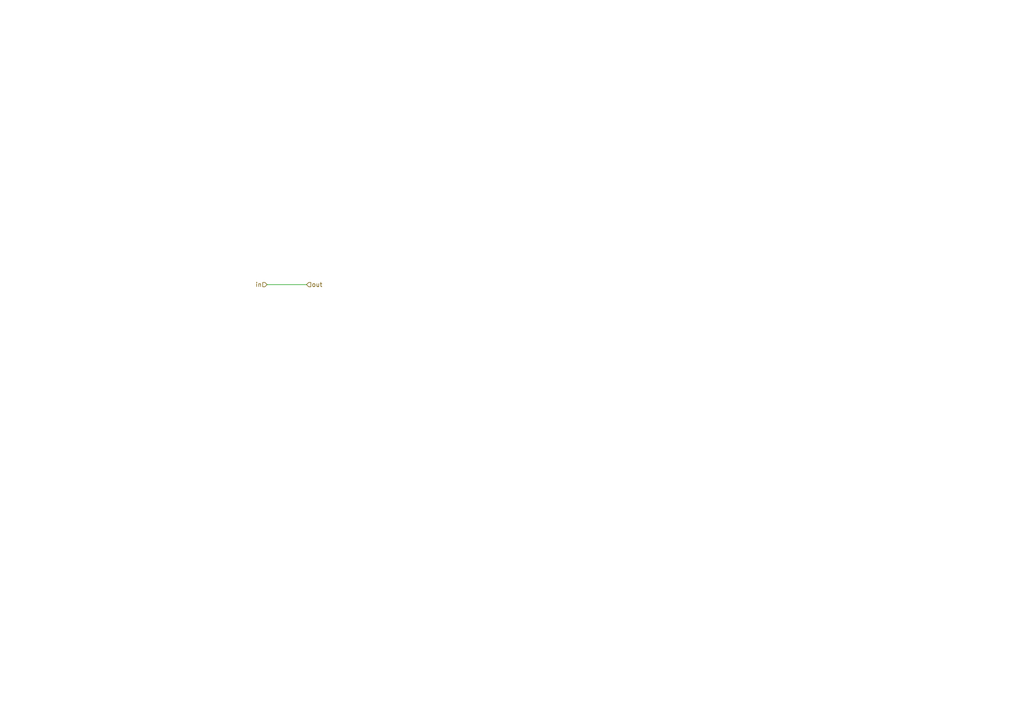
<source format=kicad_sch>
(kicad_sch (version 20230121) (generator eeschema)
  (paper "A4")
  (lib_symbols)
  (wire (pts (xy 77.47 82.55) (xy 88.9 82.55)))
  (hierarchical_label "out" (shape input) (at 88.9 82.55 0))
  (hierarchical_label "in" (shape input) (at 77.47 82.55 180))
)
</source>
